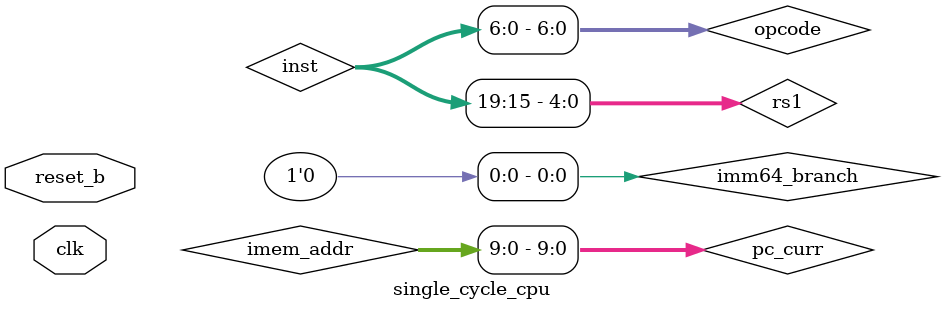
<source format=sv>
/* ********************************************
 *	COSE222 Lab #3
 *
 *	Module: top design of the single-cycle CPU (single_cycle_cpu.sv)
 *  - Top design of the single-cycle CPU
 *
 *  Author: Gunjae Koo (gunjaekoo@korea.ac.kr)
 *
 * ********************************************
 */

`timescale 1ns/1ps

module single_cycle_cpu
#(  parameter IMEM_DEPTH = 1024,    // imem depth (default: 1024 entries = 4 KB)
              IMEM_ADDR_WIDTH = 10,
              REG_WIDTH = 64,
              DMEM_DEPTH = 1024,    // dmem depth (default: 1024 entries = 8 KB)
              DMEM_ADDR_WIDTH = 10 )
(
    input           clk,            // System clock
    input           reset_b         // Asychronous negative reset
);

    // Wires for datapath elements
    logic   [IMEM_ADDR_WIDTH-1:0]   imem_addr;
    logic   [31:0]  inst;   // instructions = an output of ????

    logic   [4:0]   rs1, rs2, rd;    // register numbers
    logic   [REG_WIDTH-1:0] rd_din;
    logic           reg_write;
    logic   [REG_WIDTH-1:0] rs1_dout, rs2_dout;

    logic   [REG_WIDTH-1:0] alu_in1, alu_in2;
    logic   [3:0]   alu_control;    // ALU control signal
    logic   [REG_WIDTH-1:0] alu_result;
    logic           alu_zero;
    logic           alu_sign;

    logic   [DMEM_ADDR_WIDTH-1:0]    dmem_addr;
    logic   [63:0]  dmem_din, dmem_dout;
    logic           mem_read, mem_write;

    // -------------------------------------------------------------------
    /* Main control unit:
     * Main control unit generates control signals for datapath elements
     * The control signals are determined by decoding instructions
     * Generating control signals using opcode = inst[6:0]
     */
    logic   [6:0]   opcode;
    logic   [3:0]   branch;
    logic           alu_src, mem_to_reg;
    logic   [1:0]   alu_op;
    logic   [2:0]   funct3;
    //logic         mem_read, mem_write, reg_write; // declared above
    // Note for Lab #3
    // The branch control signal has 4-bits since this processor supports beq, bne, blt, and bge
    // Each bit of the branch control signal represents the corresponding branch instruction
    // i.e., branch[0] = beq, branch[1] = bne, branch[2] = blt, branch[3] = bge

    // COMPLETE THE MAIN CONTROL UNIT HERE
    assign opcode = inst[6:0];
    assign funct3 = inst[14:12];
    assign branch[0] = (opcode==7'b1100011 && funct3==3'b000) ? 1'b1 : 1'b0;
    assign branch[1] = (opcode==7'b1100011 && funct3==3'b001) ? 1'b1 : 1'b0;
    assign branch[2] = (opcode==7'b1100011 && funct3==3'b100) ? 1'b1 : 1'b0;
    assign branch[3] = (opcode==7'b1100011 && funct3==3'b101) ? 1'b1 : 1'b0;

    assign mem_read = (opcode==7'b0000011) ? 1'b1:1'b0;    // ld
    assign mem_write = (opcode==7'b0100011) ? 1'b1:1'b0;   // sd
    assign mem_to_reg = (opcode==7'b0000011) ? 1'b1:1'b0;
    assign reg_write = (opcode==7'b0110011 || opcode==7'b0010011 || opcode==7'b0000011) ? 1'b1 : 1'b0; // ld, r-type, or i-type
    assign alu_src = (opcode==7'b0100011 || opcode==7'b0010011 || opcode==7'b0000011) ? 1'b1 : 1'b0;   // ld, sd, or i-type

    assign alu_op[0] = (opcode==7'b1100011) ? 1'b1 : 1'b0;
    assign alu_op[1] = (opcode==7'b0110011 || opcode==7'b0010011) ? 1'b1:1'b0;    // r-type or i-type


    // --------------------------------------------------------------------

    // --------------------------------------------------------------------
    /* ALU control unit:
     * ALU control unit generate alu_control signal which selects ALU operations
     * Generating control signals using alu_op, funct7, and funct3 fileds
     */
    logic   [6:0]   funct7;
    //logic   [2:0]   funct3;   // declared above

    // COMPLETE THE ALU CONTROL UNIT HERE
    assign funct7=inst[31:25];
    always_comb begin
        case (alu_op)
            2'b00: alu_control = 4'b0010;
            2'b01: alu_control = 4'b0110;
	    2'b10: 
		if(funct3==3'b000) begin
		 if(funct7==7'b0100000) alu_control=4'b0110; //sub
		 else alu_control=4'b0010; //add
		end
		else if(funct3==3'b100) alu_control=4'b1001; //xor
		else if(funct3==3'b110) alu_control=4'b0001; //or
		else if(funct3==3'b111) alu_control=4'b0000; //and
            default: alu_control = 4'b0010; 
	endcase
    end


    // ---------------------------------------------------------------------


    // ---------------------------------------------------------------------
    /* Immediate generator:
     * Generating immediate value from inst[31:0]
     * We require immediate type data for load, store, i-type, and branch instructions
     */
    logic   [63:0]  imm64;
    logic   [63:0]  imm64_branch;  // imm64 left shifted by 1
    logic   [11:0]  imm12;  // 12-bit immediate value extracted from inst

    // COMPLETE IMMEDIATE GENERATOR HERE
    always_comb begin
      case(opcode)
	7'b0000011:imm12=inst[31:20];
	7'b0010011:imm12=inst[31:20];
	7'b0100011:imm12={inst[31:25],inst[11:7]};
	7'b1100011:imm12={inst[31],inst[7],inst[30:25],inst[11:8]};
	default: imm12=12'b0;
      endcase
    end
	
    assign imm64={{52{imm12[11]}},imm12[11:0]};
    assign imm64_branch={imm64,1'b0};


    // ----------------------------------------------------------------------

    // Program counter
    logic   [63:0]  pc_curr, pc_next;
    logic           pc_next_sel;    // selection signal for pc_next
    logic   [63:0]  pc_next_plus4, pc_next_branch;


    assign pc_next_plus4 = pc_curr+64'd4;    // FILL THIS

    always_ff @ (posedge clk or negedge reset_b) begin
        if (~reset_b) begin
            pc_curr <= 'b0;
        end else begin
            pc_curr <= pc_next;        // FILL THIS
        end
    end


    // MUXes:
    // COMPLETE MUXES HERE
    // PC_NEXT
    assign pc_next_sel = (branch[0]==1'b1 && alu_result==0) || (branch[1]==1'b1 && alu_result!=0) || (branch[2]==1'b1 && alu_sign==1'b1) || (branch[3]==1'b1 && alu_sign==1'b0) ? 1'b1 : 1'b0;      // FILL THIS
    assign pc_next = (pc_next_sel) ? pc_next_branch: pc_next_plus4; // if branch is taken, pc_next_sel=1'b1
    assign pc_next_branch = pc_curr+imm64_branch;   // FILL THIS

    // ALU inputs
    assign alu_in1 = rs1_dout;
    assign alu_in2 = (alu_src==1'b1) ? imm64 : rs2_dout;

    // RF din
    assign rd_din = (mem_to_reg==1'b1) ? dmem_dout : alu_result;

    // COMPLETE CONNECTIONS HERE
    // imem
    assign imem_addr = pc_curr;

    // regfile
    assign rs1 = inst[19:15];
    assign rs2 = (opcode==7'b0000011 || opcode==7'b0010011) ? 1'b0 : inst[24:20];
    assign rd =  (opcode==7'b0100011 || opcode==7'b1100011) ? 1'b0 : inst[11:7];

    // dmem
    assign dmem_addr = rs1_dout+imm64;
    assign dmem_din = rs2_dout;
 

    // -----------------------------------------------------------------------
    /* Instantiation of datapath elements
     * All input/output ports should be connected
     */
    
    // IMEM
    imem #(
        .IMEM_DEPTH         (IMEM_DEPTH),
        .IMEM_ADDR_WIDTH    (IMEM_ADDR_WIDTH)
    ) u_imem_0 (
        .addr               ( imem_addr   ),
        .dout               (       inst        )
    );

    // REGFILE
	regfile #(
		.REG_WIDTH (REG_WIDTH)
	) u_regfile_0(
		.clk (clk),
		.rs1 (rs1),
		.rs2 (rs2),
		.rd (rd),
		.rd_din (rd_din),
		.reg_write (reg_write),
		.rs1_dout (rs1_dout),
		.rs2_dout (rs2_dout)
	);
    // ALU
	alu #(
		.REG_WIDTH (REG_WIDTH)
	) u_alu_0 (
		.in1(alu_in1),
		.in2(alu_in2),
		.alu_control(alu_control),
		.result(alu_result),
		.zero(alu_zero),
		.sign(alu_sign)
	);
    // DMEM
	dmem #(
		.DMEM_DEPTH(DMEM_DEPTH),
		.DMEM_ADDR_WIDTH(DMEM_ADDR_WIDTH)
	) u_dmem_0(
		.clk(clk),
		.addr(dmem_addr),
		.din(dmem_din),
		.mem_read(mem_read),
		.mem_write(mem_write),
		.dout(dmem_dout)
	);
endmodule

</source>
